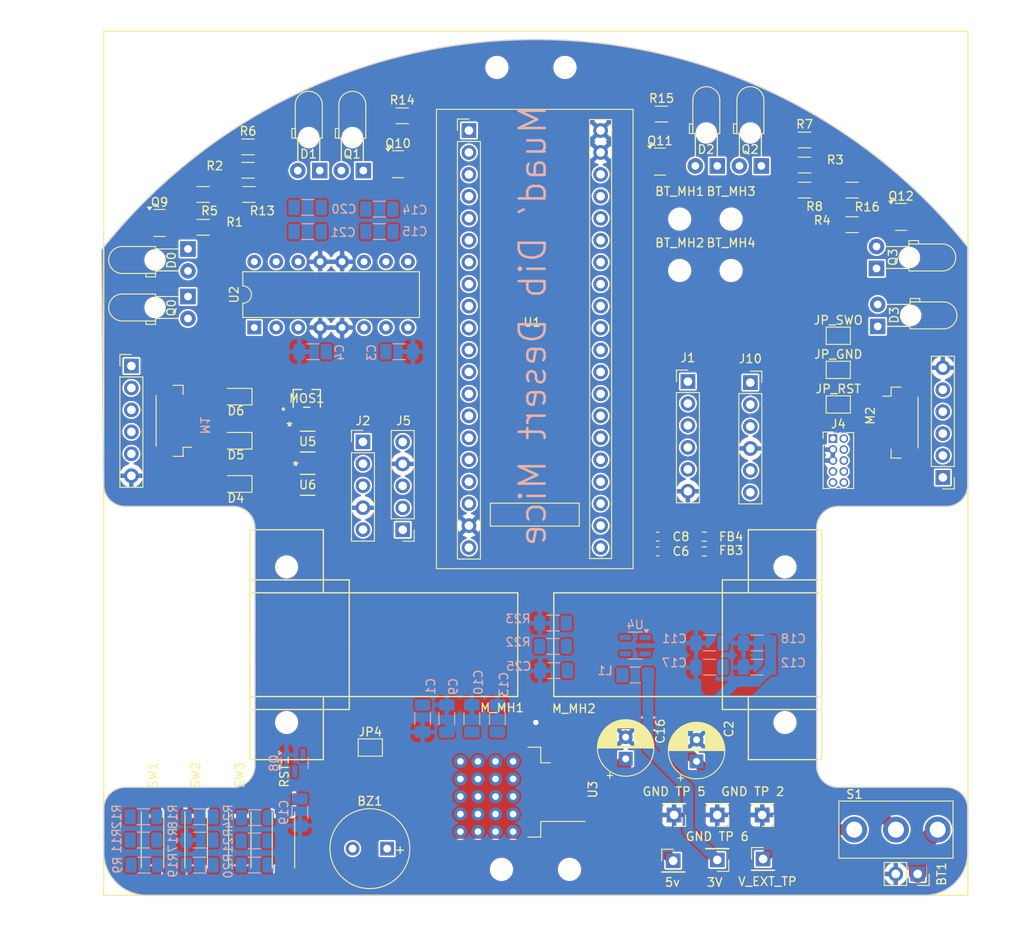
<source format=kicad_pcb>
(kicad_pcb (version 20240108) (generator "pcbnew") (generator_version "8.0")
  (layers (0 "F.Cu" signal) (31 "B.Cu" signal) (34 "B.Paste" user) (35 "F.Paste" user) (36 "B.SilkS" user "B.Silkscreen") (37 "F.SilkS" user "F.Silkscreen") (38 "B.Mask" user) (39 "F.Mask" user) (44 "Edge.Cuts" user))
  (net 0 "")
  (net 1 "Net-(BT1-+)")
  (net 2 "GND")
  (net 3 "+5V")
  (net 4 "Net-(BZ1-+)")
  (net 5 "BATT_NET")
  (net 6 "VCC")
  (net 7 "Net-(J1-Pin_2)")
  (net 8 "Net-(J1-Pin_3)")
  (net 9 "+5V_NET")
  (net 10 "+3V3")
  (net 11 "AGND")
  (net 12 "+3.3VA")
  (net 13 "RST")
  (net 14 "3V3_BYP")
  (net 15 "Net-(D0-K)")
  (net 16 "Net-(D1-K)")
  (net 17 "Net-(D2-K)")
  (net 18 "Net-(D3-K)")
  (net 19 "Net-(D4-A)")
  (net 20 "LED_RED")
  (net 21 "Net-(D5-A)")
  (net 22 "LED_GREEN")
  (net 23 "LED_BLUE")
  (net 24 "Net-(D6-A)")
  (net 25 "USART1_RX")
  (net 26 "USART1_TX")
  (net 30 "SWDIO")
  (net 31 "+3V3_NET")
  (net 32 "SWDCLK")
  (net 33 "Net-(J4-GNDDetect)")
  (net 34 "Net-(J4-SWO{slash}TDO)")
  (net 37 "Net-(J4-~{RESET})")
  (net 39 "BLE_STATE")
  (net 40 "SWO")
  (net 41 "M2_ENC_B")
  (net 42 "M2_OUT_2")
  (net 43 "M2_OUT_1")
  (net 44 "M2_ENC_A")
  (net 45 "M1_ENC_B")
  (net 46 "M1_OUT_1")
  (net 47 "M1_OUT_2")
  (net 48 "M1_ENC_A")
  (net 49 "RECEIV_1")
  (net 50 "RECEIV_2")
  (net 51 "RECEIV_4")
  (net 52 "RECEIV_3")
  (net 53 "Net-(Q8-D)")
  (net 54 "BUZZER")
  (net 55 "EMIT_1")
  (net 56 "Net-(Q9-D)")
  (net 57 "Net-(Q10-D)")
  (net 58 "EMIT_2")
  (net 59 "EMIT_4")
  (net 60 "Net-(Q11-D)")
  (net 61 "Net-(Q12-D)")
  (net 62 "EMIT_3")
  (net 63 "BUTTON_3")
  (net 64 "BUTTON")
  (net 65 "V_METER")
  (net 66 "BUTTON_2")
  (net 67 "Net-(S1-Pad3)")
  (net 68 "M1_SPD")
  (net 69 "M1_BACK")
  (net 70 "M2_FWD")
  (net 71 "M2_BACK")
  (net 74 "M1_FWD")
  (net 77 "M2_SPD")
  (footprint "Package_TO_SOT_SMD:SOT-23" (layer "F.Cu") (at 359.3625 142.6)
    (property "Reference" "Q11")
    (property "Value" "Q_NMOS_GSD" (hide yes))
  )
  (footprint "LED_SMD:LED_0805_2012Metric_Pad1.15x1.40mm_HandSolder" (layer "F.Cu") (at 310.3 169.8 180)
    (property "Reference" "D6")
    (property "Value" "LED")
  )
  (footprint "Capacitor_THT:CP_Radial_D6.3mm_P2.50mm" (layer "F.Cu") (at 363.6 212 90)
    (property "Reference" "C2")
    (property "Value" "100uF")
  )
  (footprint "MM_Library:STM32F103" (layer "F.Cu") (at 344.57 161.7)
    (property "Reference" "U1")
    (property "Value" "YAAJ_BluePill_SWD_Breakout")
  )
  (footprint "MM_Library:Emitter" (layer "F.Cu") (at 325.04 143.635 180)
    (property "Reference" "Q1")
    (property "Value" "TEFT4300" (hide yes))
  )
  (footprint "MM_Library:MM Switch" (layer "F.Cu") (at 386.648 225.03)
    (property "Reference" "S1")
    (property "Value" "EG1218")
  )
  (footprint "Resistor_SMD:R_1206_3216Metric_Pad1.30x1.75mm_HandSolder" (layer "F.Cu") (at 306.5 146.4)
    (property "Reference" "R5")
    (property "Value" "35")
  )
  (footprint "Resistor_SMD:R_1206_3216Metric_Pad1.30x1.75mm_HandSolder" (layer "F.Cu") (at 311.7 143.6)
    (property "Reference" "R2")
    (property "Value" "1.8k")
  )
  (footprint "Resistor_SMD:R_1206_3216Metric_Pad1.30x1.75mm_HandSolder" (layer "F.Cu") (at 376.1 140.1)
    (property "Reference" "R7")
    (property "Value" "35")
  )
  (footprint "Resistor_SMD:R_1206_3216Metric_Pad1.30x1.75mm_HandSolder" (layer "F.Cu") (at 376.1 145.9)
    (property "Reference" "R8")
    (property "Value" "35")
  )
  (footprint "MountingHole:MountingHole_2.2mm_M2" (layer "F.Cu") (at 340.5 131.7)
    (property "Reference" "SK1" (hide yes))
    (property "Value" "M2" (hide yes))
  )
  (footprint "Jumper:SolderJumper-2_P1.3mm_Open_Pad1.0x1.5mm" (layer "F.Cu") (at 380 166.7)
    (property "Reference" "JP_GND")
    (property "Value" "JP_GND" (hide yes))
  )
  (footprint "Resistor_SMD:R_0603_1608Metric_Pad0.98x0.95mm_HandSolder" (layer "F.Cu") (at 364.5 187.7 180)
    (property "Reference" "FB3")
    (property "Value" "HZ0603C601R-10" (hide yes))
  )
  (footprint "Connector_PinHeader_2.54mm:PinHeader_1x01_P2.54mm_Vertical" (layer "F.Cu") (at 361 218.2 180)
    (property "Reference" "GND TP 5")
    (property "Value" "GND_TP" (hide yes))
  )
  (footprint "MM_Library:Emitter" (layer "F.Cu") (at 366 143.1 180)
    (property "Reference" "D2")
    (property "Value" "SFH4545" (hide yes))
  )
  (footprint "MM_Library:5V Voltage Reg" (layer "F.Cu") (at 342.599 207.53 180)
    (property "Reference" "U3")
    (property "Value" "LM1085-5.0" (hide yes))
  )
  (footprint "MountingHole:MountingHole_2.2mm_M2" (layer "F.Cu") (at 348.9 224.5)
    (property "Reference" "SK4" (hide yes))
    (property "Value" "M2" (hide yes))
  )
  (footprint "Connector_PinHeader_2.54mm:PinHeader_1x01_P2.54mm_Vertical" (layer "F.Cu") (at 366 218.2 180)
    (property "Reference" "GND TP 6")
    (property "Value" "GND_TP" (hide yes))
  )
  (footprint "Connector_PinHeader_2.54mm:PinHeader_1x05_P2.54mm_Vertical" (layer "F.Cu") (at 329.6 185.2 180)
    (property "Reference" "J5")
    (property "Value" "SWD Header")
  )
  (footprint "Resistor_SMD:R_1206_3216Metric_Pad1.30x1.75mm_HandSolder" (layer "F.Cu") (at 329.55 137.3)
    (property "Reference" "R14")
    (property "Value" "47k")
  )
  (footprint "Button_Switch_SMD:SW_SPST_REED_CT05-XXXX-G1" (layer "F.Cu") (at 315.8 221.1 90)
    (property "Reference" "RST1")
    (property "Value" "SW" (hide yes))
  )
  (footprint "Package_TO_SOT_SMD:SOT-23" (layer "F.Cu") (at 329.0625 142.9)
    (property "Reference" "Q10")
    (property "Value" "Q_NMOS_GSD" (hide yes))
  )
  (footprint "custom_foot:DCK6_TEX" (layer "F.Cu") (at 318.6 180)
    (property "Reference" "U6")
    (property "Value" "LM66100DCKR")
  )
  (footprint "MM_Library:Emitter" (layer "F.Cu") (at 304.75 158.21 -90)
    (property "Reference" "Q0")
    (property "Value" "TEFT4300" (hide yes))
  )
  (footprint "MM_Library:Emitter" (layer "F.Cu") (at 304.75 152.71 -90)
    (property "Reference" "D0")
    (property "Value" "SFH4545" (hide yes))
  )
  (footprint "Button_Switch_SMD:SW_SPST_REED_CT05-XXXX-G1" (layer "F.Cu") (at 310.75 221.1 90)
    (property "Reference" "SW3")
    (property "Value" "SW" (hide yes))
  )
  (footprint "MountingHole:MountingHole_2.2mm_M2" (layer "F.Cu") (at 367.6 149.25)
    (property "Reference" "BT_MH3")
    (property "Value" "M2")
  )
  (footprint "MM_Library:Motor_mouse" (layer "F.Cu") (at 347.0875 198.5 180)
    (property "Reference" "M_MH2")
    (property "Value" "M2")
  )
  (footprint "custom_foot:SOT-23F_TOS" (layer "F.Cu") (at 318.5 170)
    (property "Reference" "MOS1")
    (property "Value" "SSM3K335R_LF")
  )
  (footprint "Connector_PinHeader_2.54mm:PinHeader_1x05_P2.54mm_Vertical" (layer "F.Cu") (at 325 175.025)
    (property "Reference" "J2")
    (property "Value" "SWD Header")
  )
  (footprint "custom_foot:DCK6_TEX" (layer "F.Cu") (at 318.6 175)
    (property "Reference" "U5")
    (property "Value" "LM66100DCKR")
  )
  (footprint "Resistor_SMD:R_0603_1608Metric_Pad0.98x0.95mm_HandSolder" (layer "F.Cu") (at 364.5 186 180)
    (property "Reference" "FB4")
    (property "Value" "HZ0603C601R-10" (hide yes))
  )
  (footprint "Connector_PinHeader_2.54mm:PinHeader_1x06_P2.54mm_Vertical" (layer "F.Cu") (at 362.6 168.05)
    (property "Reference" "J1")
    (property "Value" "Serial Debug Header" (hide yes))
  )
  (footprint "Connector_PinSocket_2.54mm:PinSocket_1x06_P2.54mm_Vertical" (layer "F.Cu") (at 369.825 168.175)
    (property "Reference" "J10")
    (property "Value" "Conn_01x06_Female" (hide yes))
  )
  (footprint "Buzzer_Beeper:MagneticBuzzer_PUI_AT-0927-TT-6-R" (layer "F.Cu") (at 327.8 222.1 180)
    (property "Reference" "BZ1")
    (property "Value" "Buzzer")
  )
  (footprint "Resistor_SMD:R_1206_3216Metric_Pad1.30x1.75mm_HandSolder" (layer "F.Cu") (at 376.1 143)
    (property "Reference" "R3")
    (property "Value" "1.8k")
  )
  (footprint "LED_SMD:LED_0805_2012Metric_Pad1.15x1.40mm_HandSolder" (layer "F.Cu") (at 310.3 174.9 180)
    (property "Reference" "D5")
    (property "Value" "LED")
  )
  (footprint "Connector_PinHeader_2.54mm:PinHeader_1x01_P2.54mm_Vertical" (layer "F.Cu") (at 360.9 223.5)
    (property "Reference" "5v")
    (property "Value" "TP_5V" (hide yes))
  )
  (footprint "MM_Library:Motor Headers" (layer "F.Cu") (at 395.3425 172.2034 90)
    (property "Reference" "M2")
    (property "Value" "M2_Conn_Alt" (hide yes))
  )
  (footprint "LED_SMD:LED_0805_2012Metric_Pad1.15x1.40mm_HandSolder" (layer "F.Cu") (at 310.3 179.9 180)
    (property "Reference" "D4")
    (property "Value" "LED")
  )
  (footprint "Package_TO_SOT_SMD:SOT-23" (layer "F.Cu") (at 387.2625 149)
    (property "Reference" "Q12")
    (property "Value" "Q_NMOS_GSD" (hide yes))
  )
  (footprint "Package_TO_SOT_SMD:SOT-23" (layer "F.Cu") (at 301.4625 149.7)
    (property "Reference" "Q9")
    (property "Value" "Q_NMOS_GSD" (hide yes))
  )
  (footprint "Capacitor_SMD:C_0603_1608Metric_Pad1.08x0.95mm_HandSolder" (layer "F.Cu") (at 359.1 187.7 180)
    (property "Reference" "C6")
    (property "Value" "22pF" (hide yes))
  )
  (footprint "Jumper:SolderJumper-2_P1.3mm_Open_Pad1.0x1.5mm" (layer "F.Cu") (at 380 170.7)
    (property "Reference" "JP_RST")
    (property "Value" "JP_RST" (hide yes))
  )
  (footprint "Package_DIP:DIP-16_W7.62mm" (layer "F.Cu") (at 312.425 161.8 90)
    (property "Reference" "U2")
    (property "Value" "L293D")
  )
  (footprint "Capacitor_THT:CP_Radial_D6.3mm_P2.50mm" (layer "F.Cu") (at 355.4 211.7 90)
    (property "Reference" "C16")
    (property "Value" "100uF")
  )
  (footprint "Button_Switch_SMD:SW_SPST_REED_CT05-XXXX-G1" (layer "F.Cu") (at 305.7 221.1 90)
    (property "Reference" "SW2")
    (property "Value" "SW" (hide yes))
  )
  (footprint "Resistor_SMD:R_1206_3216Metric_Pad1.30x1.75mm_HandSolder" (layer "F.Cu") (at 311.7 140.9)
    (property "Reference" "R6")
    (property "Value" "35")
  )
  (footprint "Button_Switch_SMD:SW_SPST_REED_CT05-XXXX-G1" (layer "F.Cu") (at 300.65 221.1 90)
    (property "Reference" "SW1")
    (property "Value" "SW" (hide yes))
  )
  (footprint "Connector_PinHeader_2.54mm:PinHeader_1x01_P2.54mm_Vertical" (layer "F.Cu") (at 366 223.4 180)
    (property "Reference" "3V")
    (property "Value" "TP_3V3" (hide yes))
  )
  (footprint "Capacitor_SMD:C_0603_1608Metric_Pad1.08x0.95mm_HandSolder" (layer "F.Cu") (at 359.1 186 180)
    (property "Reference" "C8")
    (property "Value" "22pF" (hide yes))
  )
  (footprint "Resistor_SMD:R_1206_3216Metric_Pad1.30x1.75mm_HandSolder" (layer "F.Cu") (at 306.5 150.2)
    (property "Reference" "R1")
    (property "Value" "1.8k")
  )
  (footprint "MM_Library:Motor Headers" (layer "F.Cu") (at 294.9575 173.1966 -90)
    (property "Reference" "M1")
    (property "Value" "M1_Conn_Alt" (hide yes))
  )
  (footprint "Resistor_SMD:R_1206_3216Metric_Pad1.30x1.75mm_HandSolder" (layer "F.Cu") (at 381.6 145.9)
    (property "Reference" "R16")
    (property "Value" "47k")
  )
  (footprint "Connector_PinHeader_1.27mm:PinHeader_2x05_P1.27mm_Vertical" (layer "F.Cu") (at 379.375 174.65)
    (property "Reference" "J4")
    (property "Value" "Conn_ARM_JTAG_SWD_10" (hide yes))
  )
  (footprint "Connector_PinSocket_2.54mm:PinSocket_1x02_P2.54mm_Vertical" (layer "F.Cu") (at 389.188 225.03 -90)
    (property "Reference" "BT1")
    (property "Value" "Battery_Cell" (hide yes))
  )
  (footprint "Jumper:SolderJumper-2_P1.3mm_Bridged_Pad1.0x1.5mm" (layer "F.Cu") (at 325.85 210.4)
    (property "Reference" "JP4")
    (property "Value" "Jumper_2_Open" (hide yes))
  )
  (footprint "MountingHole:MountingHole_2.2mm_M2" (layer "F.Cu") (at 341.026 224.5)
    (property "Reference" "SK3" (hide yes))
    (property "Value" "M2" (hide yes))
  )
  (footprint "Resistor_SMD:R_1206_3216Metric_Pad1.30x1.75mm_HandSolder" (layer "F.Cu") (at 359.55 137.1)
    (property "Reference" "R15")
    (property "Value" "47k")
  )
  (footprint "Connector_PinHeader_2.54mm:PinHeader_1x01_P2.54mm_Vertical" (layer "F.Cu") (at 371.3 223.3)
    (property "Reference" "V_EXT_TP")
    (property "Value" "V_EXT_TP" (hide yes))
  )
  (footprint "Resistor_SMD:R_1206_3216Metric_Pad1.30x1.75mm_HandSolder" (layer "F.Cu") (at 381.6 149.9)
    (property "Reference" "R4")
    (property "Value" "1.8k")
  )
  (footprint "MM_Library:Emitter" (layer "F.Cu") (at 320 143.635 180)
    (property "Reference" "D1")
    (property "Value" "SFH4545" (hide yes))
  )
  (footprint "MountingHole:MountingHole_2.2mm_M2" (layer "F.Cu") (at 361.65 149.25)
    (property "Reference" "BT_MH1")
    (property "Value" "M2")
  )
  (footprint "MM_Library:Motor_mouse" (layer "F.Cu") (at 342.9125 198.5)
    (property "Reference" "M_MH1")
    (property "Value" "M2")
  )
  (footprint "Jumper:SolderJumper-2_P1.3mm_Open_Pad1.0x1.5mm" (layer "F.Cu") (at 380 162.75)
    (property "Reference" "JP_SWO")
    (property "Value" "JP_SWO" (hide yes))
  )
  (footprint "MountingHole:MountingHole_2.2mm_M2" (layer "F.Cu") (at 348.374 131.7)
    (property "Reference" "SK2" (hide yes))
    (property "Value" "M2" (hide yes))
  )
  (footprint "MM_Library:Emitter" (layer "F.Cu") (at 384.565 161.667626 90)
    (property "Reference" "D3")
    (property "Value" "SFH4545" (hide yes))
  )
  (footprint "MountingHole:MountingHole_2.2mm_M2" (layer "F.Cu") (at 367.6 155.2)
    (property "Reference" "BT_MH4")
    (property "Value" "M2")
  )
  (footprint "MM_Library:Emitter" (layer "F.Cu") (at 371.1 143.1 180)
    (property "Reference" "Q2")
    (property "Value" "TEFT4300" (hide yes))
  )
  (footprint "MountingHole:MountingHole_2.2mm_M2" (layer "F.Cu") (at 361.65 155.2)
    (property "Reference" "BT_MH2")
    (property "Value" "M2")
  )
  (footprint "Connector_PinHeader_2.54mm:PinHeader_1x01_P2.54mm_Vertical" (layer "F.Cu") (at 371.2 218.2 180)
    (property "Reference" "GND TP 2")
    (property "Value" "GND_TP" (hide yes))
  )
  (footprint "MM_Library:Emitter" (layer "F.Cu") (at 384.423382 154.965 90)
    (property "Reference" "Q3")
    (property "Value" "TEFT4300" (hide yes))
  )
  (footprint "Resistor_SMD:R_1206_3216Metric_Pad1.30x1.75mm_HandSolder" (layer "F.Cu") (at 311.8 146.4)
    (property "Reference" "R13")
    (property "Value" "47k")
  )
  (footprint "Capacitor_SMD:C_1206_3216Metric_Pad1.33x1.80mm_HandSolder" (layer "B.Cu") (at 340.55 207.0375 90)
    (property "Reference" "C13")
    (property "Value" "0.1uF")
  )
  (footprint "Capacitor_SMD:C_1206_3216Metric_Pad1.33x1.80mm_HandSolder" (layer "B.Cu") (at 365.1 201.1 180)
    (property "Reference" "C17")
    (property "Value" "1uF")
  )
  (footprint "Inductor_SMD:L_1206_3216Metric_Pad1.42x1.75mm_HandSolder" (layer "B.Cu") (at 356.5 202 180)
    (property "Reference" "L1")
    (property "Value" "10uH")
  )
  (footprint "Resistor_SMD:R_1206_3216Metric_Pad1.30x1.75mm_HandSolder" (layer "B.Cu") (at 306.1 218.41)
    (property "Reference" "R18")
    (property "Value" "0")
  )
  (footprint "Resistor_SMD:R_1206_3216Metric_Pad1.30x1.75mm_HandSolder" (layer "B.Cu") (at 312.45 221.2)
    (property "Reference" "R21")
    (property "Value" "75")
  )
  (footprint "Capacitor_SMD:C_1206_3216Metric_Pad1.33x1.80mm_HandSolder" (layer "B.Cu") (at 318.6 147.9 180)
    (property "Reference" "C20")
    (property "Value" "1uF" (hide yes))
  )
  (footprint "Resistor_SMD:R_1206_3216Metric_Pad1.30x1.75mm_HandSolder" (layer "B.Cu") (at 299.6 221.11)
    (property "Reference" "R11")
    (property "Value" "47K")
  )
  (footprint "Package_TO_SOT_SMD:SOT-23" (layer "B.Cu") (at 317.1 212.2 -90)
    (property "Reference" "Q8")
    (property "Value" "Q_NMOS_SGD")
  )
  (footprint "Resistor_SMD:R_1206_3216Metric_Pad1.30x1.75mm_HandSolder" (layer "B.Cu") (at 312.5 218.51)
    (property "Reference" "R24")
    (property "Value" "47K")
  )
  (footprint "Resistor_SMD:R_1206_3216Metric_Pad1.30x1.75mm_HandSolder" (layer "B.Cu") (at 299.6 218.41)
    (property "Reference" "R12")
    (property "Value" "47K")
  )
  (footprint "Capacitor_SMD:C_1206_3216Metric_Pad1.33x1.80mm_HandSolder" (layer "B.Cu") (at 326.9 148.1 180)
    (property "Reference" "C14")
    (property "Value" "1uF" (hide yes))
  )
  (footprint "Capacitor_SMD:C_1206_3216Metric_Pad1.33x1.80mm_HandSolder" (layer "B.Cu") (at 319.2 164.6 180)
    (property "Reference" "C4")
    (property "Value" "0.1uF")
  )
  (footprint "Capacitor_SMD:C_1206_3216Metric_Pad1.33x1.80mm_HandSolder" (layer "B.Cu") (at 317.7 217.9 -90)
    (property "Reference" "C19")
    (property "Value" "0.1uF")
  )
  (footprint "Capacitor_SMD:C_1206_3216Metric_Pad1.33x1.80mm_HandSolder" (layer "B.Cu") (at 347.0875 201.5 180)
    (property "Reference" "C25")
    (property "Value" "10nF")
  )
  (footprint "Capacitor_SMD:C_1206_3216Metric_Pad1.33x1.80mm_HandSolder" (layer "B.Cu") (at 331.9 207.0375 90)
    (property "Reference" "C1")
    (property "Value" "0.1uF")
  )
  (footprint "Package_TO_SOT_SMD:SOT-23-5" (layer "B.Cu") (at 356.5 198.6 180)
    (property "Reference" "U4")
    (property "Value" "APE8865Y5-33-HF-3" (hide yes))
  )
  (footprint "Capacitor_SMD:C_1206_3216Metric_Pad1.33x1.80mm_HandSolder" (layer "B.Cu") (at 318.6 150.7 180)
    (property "Reference" "C21")
    (property "Value" "1uF" (hide yes))
  )
  (footprint "Capacitor_SMD:C_1206_3216Metric_Pad1.33x1.80mm_HandSolder" (layer "B.Cu") (at 370.6 198.3 180)
    (property "Reference" "C18")
    (property "Value" "1uF")
  )
  (footprint "Resistor_SMD:R_1206_3216Metric_Pad1.30x1.75mm_HandSolder" (layer "B.Cu") (at 299.7 224.01)
    (property "Reference" "R9")
    (property "Value" "47K")
  )
  (footprint "Capacitor_SMD:C_1206_3216Metric_Pad1.33x1.80mm_HandSolder" (layer "B.Cu") (at 337.6 207.0375 90)
    (property "Reference" "C10")
    (property "Value" "10uF")
  )
  (footprint "Resistor_SMD:R_1206_3216Metric_Pad1.30x1.75mm_HandSolder" (layer "B.Cu") (at 346.9875 196 180)
    (property "Reference" "R23")
    (property "Value" "10K")
  )
  (footprint "Capacitor_SMD:C_1206_3216Metric_Pad1.33x1.80mm_HandSolder" (layer "B.Cu") (at 329.2 164.6)
    (property "Reference" "C3")
    (property "Value" "1uF")
  )
  (footprint "Resistor_SMD:R_1206_3216Metric_Pad1.30x1.75mm_HandSolder" (layer "B.Cu") (at 312.45 224)
    (property "Reference" "R20")
    (property "Value" "75")
  )
  (footprint "Resistor_SMD:R_1206_3216Metric_Pad1.30x1.75mm_HandSolder" (layer "B.Cu") (at 306.1 221.11)
    (property "Reference" "R17")
    (property "Value" "47k")
  )
  (footprint "Capacitor_SMD:C_1206_3216Metric_Pad1.33x1.80mm_HandSolder" (layer "B.Cu") (at 365.1 198.3 180)
    (property "Reference" "C11")
    (property "Value" "10uF")
  )
  (footprint "Resistor_SMD:R_1206_3216Metric_Pad1.30x1.75mm_HandSolder" (layer "B.Cu") (at 346.9875 198.7 180)
    (property "Reference" "R22")
    (property "Value" "20K")
  )
  (footprint "Capacitor_SMD:C_1206_3216Metric_Pad1.33x1.80mm_HandSolder" (layer "B.Cu") (at 326.9 150.7 180)
    (property "Reference" "C15")
    (property "Value" "1uF" (hide yes))
  )
  (footprint "Capacitor_SMD:C_1206_3216Metric_Pad1.33x1.80mm_HandSolder" (layer "B.Cu") (at 370.6 201.1 180)
    (property "Reference" "C12")
    (property "Value" "0.1uF")
  )
  (footprint "Resistor_SMD:R_1206_3216Metric_Pad1.30x1.75mm_HandSolder" (layer "B.Cu") (at 306.1 224.01)
    (property "Reference" "R19")
    (property "Value" "750")
  )
  (footprint "Capacitor_SMD:C_1206_3216Metric_Pad1.33x1.80mm_HandSolder" (layer "B.Cu") (at 334.7 207.0375 90)
    (property "Reference" "C9")
    (property "Value" "10uF")
  )
  (gr_rect (start 295 127.5) (end 395 227.5) (stroke (width 0.15)) (fill none) (layer "F.SilkS"))
  (gr_line (start 395 217.5) (end 395 222.5) (stroke (width 0.15)) (layer "Edge.Cuts"))
  (gr_line (start 392.5 182.5) (end 380 182.5) (stroke (width 0.15)) (layer "Edge.Cuts"))
  (gr_arc (start 395 180) (mid 394.267767 181.767767) (end 392.5 182.5) (stroke (width 0.15)) (layer "Edge.Cuts"))
  (gr_arc (start 310 182.5) (mid 311.767767 183.232233) (end 312.5 185) (stroke (width 0.15)) (layer "Edge.Cuts"))
  (gr_line (start 295 217.5) (end 295 222.5) (stroke (width 0.15)) (layer "Edge.Cuts"))
  (gr_arc (start 295 217.5) (mid 295.732233 215.732233) (end 297.5 215) (stroke (width 0.15)) (layer "Edge.Cuts"))
  (gr_line (start 395 152.5) (end 395 180) (stroke (width 0.15)) (layer "Edge.Cuts"))
  (gr_arc (start 297.5 182.5) (mid 295.732233 181.767767) (end 295 180) (stroke (width 0.15)) (layer "Edge.Cuts"))
  (gr_line (start 380 215) (end 392.5 215) (stroke (width 0.15)) (layer "Edge.Cuts"))
  (gr_arc (start 377.5 185) (mid 378.232233 183.232233) (end 380 182.5) (stroke (width 0.15)) (layer "Edge.Cuts"))
  (gr_line (start 294.742982 152.823407) (end 295 180) (stroke (width 0.15)) (layer "Edge.Cuts"))
  (gr_arc (start 300 227.5) (mid 296.464466 226.035534) (end 295 222.5) (stroke (width 0.15)) (layer "Edge.Cuts"))
  (gr_line (start 377.5 185) (end 377.5 212.5) (stroke (width 0.15)) (layer "Edge.Cuts"))
  (gr_arc (start 380 215) (mid 378.232233 214.267767) (end 377.5 212.5) (stroke (width 0.15)) (layer "Edge.Cuts"))
  (gr_arc (start 395 222.5) (mid 393.535534 226.035534) (end 390 227.5) (stroke (width 0.15)) (layer "Edge.Cuts"))
  (gr_arc (start 294.742982 152.823407) (mid 344.793451 128.469092) (end 395 152.5) (stroke (width 0.15)) (layer "Edge.Cuts"))
  (gr_line (start 312.5 212.5) (end 312.5 185) (stroke (width 0.15)) (layer "Edge.Cuts"))
  (gr_arc (start 312.5 212.5) (mid 311.767767 214.267767) (end 310 215) (stroke (width 0.15)) (layer "Edge.Cuts"))
  (gr_line (start 297.5 215) (end 310 215) (stroke (width 0.15)) (layer "Edge.Cuts"))
  (gr_arc (start 392.5 215) (mid 394.267767 215.732233) (end 395 217.5) (stroke (width 0.15)) (layer "Edge.Cuts"))
  (gr_line (start 310 182.5) (end 297.5 182.5) (stroke (width 0.15)) (layer "Edge.Cuts"))
  (gr_line (start 300 227.5) (end 390 227.5) (stroke (width 0.15)) (layer "Edge.Cuts"))
  (gr_text "Muad' Dib Desert Mice" (at 346.4 135.8 90) (layer "B.SilkS") (effects (font (size 3 3) (thickness 0.3)) (justify left bottom mirror)))
  (segment (start 389.188 225.03) (end 389.188 222.212) (width 2) (layer "F.Cu") (net 1))
  (segment (start 389.188 222.212) (end 391.5 219.9) (width 2) (layer "F.Cu") (net 1))
  (segment (start 386.674 219.9) (end 382.474 215.7) (width 1.25) (layer "F.Cu") (net 5))
  (segment (start 363.6 212) (end 359.245 207.645) (width 1.25) (layer "F.Cu") (net 5))
  (segment (start 382.474 215.7) (end 367.3 215.7) (width 1.25) (layer "F.Cu") (net 5))
  (segment (start 359.245 207.645) (end 353.775 207.645) (width 1.25) (layer "F.Cu") (net 5))
  (segment (start 353.775 207.645) (end 348.4 213.02) (width 1.25) (layer "F.Cu") (net 5))
  (segment (start 348.4 213.02) (end 348.4 210.9) (width 1.25) (layer "F.Cu") (net 5))
  (segment (start 348.4 210.9) (end 345 207.5) (width 1.25) (layer "F.Cu") (net 5))
  (segment (start 367.3 215.7) (end 363.6 212) (width 1.25) (layer "F.Cu") (net 5))
  (via (at 345 207.5) (size 1.25) (drill 0.625) (layers "F.Cu" "B.Cu") (net 5))
  (segment (start 342.1825 207.1825) (end 336.1175 207.1825) (width 1.25) (layer "B.Cu") (net 5))
  (segment (start 345 207.5) (end 342.5 207.5) (width 1.25) (layer "B.Cu") (net 5))
  (segment (start 342.5 207.5) (end 342.1825 207.1825) (width 1.25) (layer "B.Cu") (net 5))
  (segment (start 336.1175 207.1825) (end 334.7 208.6) (width 1.25) (layer "B.Cu") (net 5))
  (segment (start 342.879 215.56) (end 342.371 216.068) (width 1.25) (layer "F.Cu") (net 9))
  (segment (start 348.4 215.56) (end 342.879 215.56) (width 1.25) (layer "F.Cu") (net 9))
  (segment (start 355.4 211.7) (end 351.54 215.56) (width 1.25) (layer "F.Cu") (net 9))
  (segment (start 351.54 215.56) (end 348.4 215.56) (width 1.25) (layer "F.Cu") (net 9))
  (segment (start 355.4 211.7) (end 355.4 218) (width 1.25) (layer "F.Cu") (net 9))
  (segment (start 355.4 218) (end 360.9 223.5) (width 1.25) (layer "F.Cu") (net 9))
  (segment (start 360 210.900897) (end 368.145897 202.755) (width 1.25) (layer "B.Cu") (net 10))
  (segment (start 370.5075 196.645) (end 368.201788 196.645) (width 1.25) (layer "B.Cu") (net 10))
  (segment (start 366 223.4) (end 362.605 220.005) (width 1.25) (layer "B.Cu") (net 10))
  (segment (start 368.145897 202.755) (end 370.5075 202.755) (width 1.25) (layer "B.Cu") (net 10))
  (segment (start 362.605 215.105) (end 360 212.5) (width 1.25) (layer "B.Cu") (net 10))
  (segment (start 368.201788 196.645) (end 366.6625 198.184288) (width 1.25) (layer "B.Cu") (net 10))
  (segment (start 360 212.5) (end 357.9875 210.4875) (width 1.25) (layer "B.Cu") (net 10))
  (segment (start 366.6625 198.184288) (end 366.6625 198.3) (width 1.25) (layer "B.Cu") (net 10))
  (segment (start 360 212.5) (end 360 210.900897) (width 1.25) (layer "B.Cu") (net 10))
  (segment (start 357.9875 210.4875) (end 357.9875 202) (width 1.25) (layer "B.Cu") (net 10))
  (segment (start 372.1625 198.3) (end 370.5075 196.645) (width 1.25) (layer "B.Cu") (net 10))
  (segment (start 370.5075 202.755) (end 372.1625 201.1) (width 1.25) (layer "B.Cu") (net 10))
  (segment (start 372.1625 201.1) (end 372.1625 198.3) (width 1.25) (layer "B.Cu") (net 10))
  (segment (start 362.605 220.005) (end 362.605 215.105) (width 1.25) (layer "B.Cu") (net 10))
  (segment (start 381.848 219.9) (end 374.7 219.9) (width 1.25) (layer "F.Cu") (net 67))
  (segment (start 374.7 219.9) (end 371.3 223.3) (width 1.25) (layer "F.Cu") (net 67))
  (zone (net 2) (net_name "GND") (layers "F&B.Cu") (connect_pads (clearance 0.2)) (min_thickness 0.25) (fill yes (thermal_gap 0.5) (thermal_bridge_width 0.5))
    (polygon (pts (xy 290.3 123.9) (xy 401.5 124) (xy 399.7 232.9) (xy 286.8 231.5) (xy 283 164.4)))
  )
)
</source>
